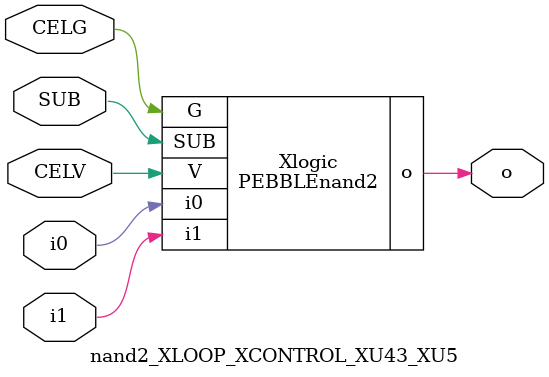
<source format=v>



module PEBBLEnand2 ( o, G, SUB, V, i0, i1 );

  input i0;
  input V;
  input i1;
  input G;
  output o;
  input SUB;
endmodule

//Celera Confidential Do Not Copy nand2_XLOOP_XCONTROL_XU43_XU5
//Celera Confidential Symbol Generator
//5V NAND2
module nand2_XLOOP_XCONTROL_XU43_XU5 (CELV,CELG,i0,i1,o,SUB);
input CELV;
input CELG;
input i0;
input i1;
input SUB;
output o;

//Celera Confidential Do Not Copy nand2
PEBBLEnand2 Xlogic(
.V (CELV),
.i0 (i0),
.i1 (i1),
.o (o),
.SUB (SUB),
.G (CELG)
);
//,diesize,PEBBLEnand2

//Celera Confidential Do Not Copy Module End
//Celera Schematic Generator
endmodule

</source>
